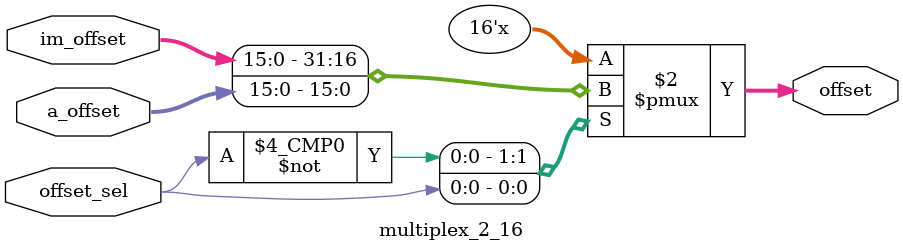
<source format=v>
module multiplex_2_16 (input [15:0] im_offset, input [15:0] a_offset, input offset_sel, output reg [15:0] offset);

always @(im_offset, a_offset, offset_sel, offset) begin
case (offset_sel)
0:
offset = im_offset;
1:
offset = a_offset;
endcase
end

endmodule

</source>
